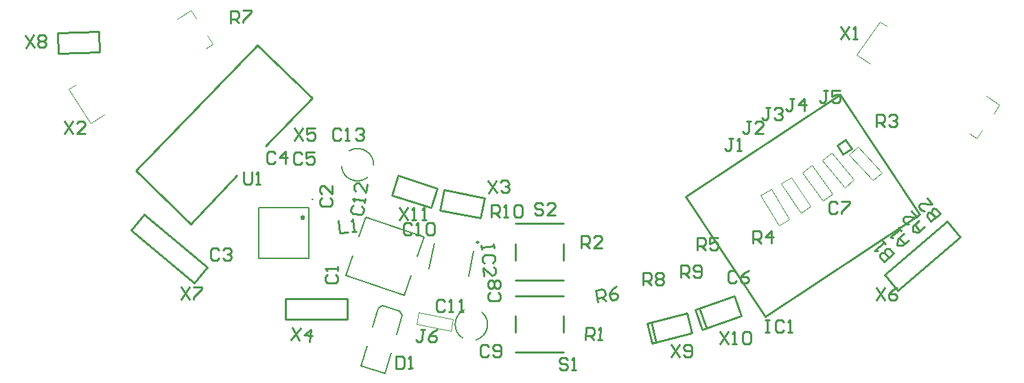
<source format=gto>
%FSLAX25Y25*%
%MOIN*%
G70*
G01*
G75*
G04 Layer_Color=65535*
G04:AMPARAMS|DCode=10|XSize=37.4mil|YSize=29.53mil|CornerRadius=0mil|HoleSize=0mil|Usage=FLASHONLY|Rotation=215.500|XOffset=0mil|YOffset=0mil|HoleType=Round|Shape=Rectangle|*
%AMROTATEDRECTD10*
4,1,4,0.00665,0.02288,0.02380,-0.00116,-0.00665,-0.02288,-0.02380,0.00116,0.00665,0.02288,0.0*
%
%ADD10ROTATEDRECTD10*%

G04:AMPARAMS|DCode=11|XSize=59.06mil|YSize=118.11mil|CornerRadius=0mil|HoleSize=0mil|Usage=FLASHONLY|Rotation=33.000|XOffset=0mil|YOffset=0mil|HoleType=Round|Shape=Rectangle|*
%AMROTATEDRECTD11*
4,1,4,0.00740,-0.06561,-0.05693,0.03345,-0.00740,0.06561,0.05693,-0.03345,0.00740,-0.06561,0.0*
%
%ADD11ROTATEDRECTD11*%

G04:AMPARAMS|DCode=12|XSize=37.4mil|YSize=29.53mil|CornerRadius=0mil|HoleSize=0mil|Usage=FLASHONLY|Rotation=337.500|XOffset=0mil|YOffset=0mil|HoleType=Round|Shape=Rectangle|*
%AMROTATEDRECTD12*
4,1,4,-0.02293,-0.00648,-0.01163,0.02080,0.02293,0.00648,0.01163,-0.02080,-0.02293,-0.00648,0.0*
%
%ADD12ROTATEDRECTD12*%

G04:AMPARAMS|DCode=13|XSize=37.4mil|YSize=29.53mil|CornerRadius=0mil|HoleSize=0mil|Usage=FLASHONLY|Rotation=96.500|XOffset=0mil|YOffset=0mil|HoleType=Round|Shape=Rectangle|*
%AMROTATEDRECTD13*
4,1,4,0.01679,-0.01691,-0.01255,-0.02025,-0.01679,0.01691,0.01255,0.02025,0.01679,-0.01691,0.0*
%
%ADD13ROTATEDRECTD13*%

%ADD14P,0.12806X4X118.5*%
G04:AMPARAMS|DCode=15|XSize=37.4mil|YSize=29.53mil|CornerRadius=0mil|HoleSize=0mil|Usage=FLASHONLY|Rotation=352.500|XOffset=0mil|YOffset=0mil|HoleType=Round|Shape=Rectangle|*
%AMROTATEDRECTD15*
4,1,4,-0.02047,-0.01220,-0.01661,0.01708,0.02047,0.01220,0.01661,-0.01708,-0.02047,-0.01220,0.0*
%
%ADD15ROTATEDRECTD15*%

G04:AMPARAMS|DCode=16|XSize=37.4mil|YSize=29.53mil|CornerRadius=0mil|HoleSize=0mil|Usage=FLASHONLY|Rotation=78.500|XOffset=0mil|YOffset=0mil|HoleType=Round|Shape=Rectangle|*
%AMROTATEDRECTD16*
4,1,4,0.01074,-0.02127,-0.01820,-0.01538,-0.01074,0.02127,0.01820,0.01538,0.01074,-0.02127,0.0*
%
%ADD16ROTATEDRECTD16*%

G04:AMPARAMS|DCode=17|XSize=108.27mil|YSize=122.05mil|CornerRadius=0mil|HoleSize=0mil|Usage=FLASHONLY|Rotation=259.000|XOffset=0mil|YOffset=0mil|HoleType=Round|Shape=Rectangle|*
%AMROTATEDRECTD17*
4,1,4,-0.04957,0.06478,0.07023,0.04150,0.04957,-0.06478,-0.07023,-0.04150,-0.04957,0.06478,0.0*
%
%ADD17ROTATEDRECTD17*%

G04:AMPARAMS|DCode=18|XSize=23.62mil|YSize=57.09mil|CornerRadius=0mil|HoleSize=0mil|Usage=FLASHONLY|Rotation=349.000|XOffset=0mil|YOffset=0mil|HoleType=Round|Shape=Rectangle|*
%AMROTATEDRECTD18*
4,1,4,-0.01704,-0.02577,-0.00615,0.03027,0.01704,0.02577,0.00615,-0.03027,-0.01704,-0.02577,0.0*
%
%ADD18ROTATEDRECTD18*%

G04:AMPARAMS|DCode=19|XSize=66.93mil|YSize=78.74mil|CornerRadius=0mil|HoleSize=0mil|Usage=FLASHONLY|Rotation=251.000|XOffset=0mil|YOffset=0mil|HoleType=Round|Shape=Rectangle|*
%AMROTATEDRECTD19*
4,1,4,-0.02633,0.04446,0.04812,0.01882,0.02633,-0.04446,-0.04812,-0.01882,-0.02633,0.04446,0.0*
%
%ADD19ROTATEDRECTD19*%

G04:AMPARAMS|DCode=20|XSize=37.4mil|YSize=29.53mil|CornerRadius=0mil|HoleSize=0mil|Usage=FLASHONLY|Rotation=84.948|XOffset=0mil|YOffset=0mil|HoleType=Round|Shape=Rectangle|*
%AMROTATEDRECTD20*
4,1,4,0.01306,-0.01993,-0.01635,-0.01733,-0.01306,0.01993,0.01635,0.01733,0.01306,-0.01993,0.0*
%
%ADD20ROTATEDRECTD20*%

G04:AMPARAMS|DCode=21|XSize=37.4mil|YSize=29.53mil|CornerRadius=0mil|HoleSize=0mil|Usage=FLASHONLY|Rotation=272.280|XOffset=0mil|YOffset=0mil|HoleType=Round|Shape=Rectangle|*
%AMROTATEDRECTD21*
4,1,4,-0.01550,0.01810,0.01401,0.01927,0.01550,-0.01810,-0.01401,-0.01927,-0.01550,0.01810,0.0*
%
%ADD21ROTATEDRECTD21*%

G04:AMPARAMS|DCode=22|XSize=37.4mil|YSize=29.53mil|CornerRadius=0mil|HoleSize=0mil|Usage=FLASHONLY|Rotation=96.500|XOffset=0mil|YOffset=0mil|HoleType=Round|Shape=Rectangle|*
%AMROTATEDRECTD22*
4,1,4,0.01679,-0.01691,-0.01255,-0.02025,-0.01679,0.01691,0.01255,0.02025,0.01679,-0.01691,0.0*
%
%ADD22ROTATEDRECTD22*%

%ADD23R,0.01181X0.05709*%
%ADD24R,0.05709X0.01181*%
G04:AMPARAMS|DCode=25|XSize=37.4mil|YSize=29.53mil|CornerRadius=0mil|HoleSize=0mil|Usage=FLASHONLY|Rotation=103.000|XOffset=0mil|YOffset=0mil|HoleType=Round|Shape=Rectangle|*
%AMROTATEDRECTD25*
4,1,4,0.01859,-0.01490,-0.01018,-0.02154,-0.01859,0.01490,0.01018,0.02154,0.01859,-0.01490,0.0*
%
%ADD25ROTATEDRECTD25*%

G04:AMPARAMS|DCode=26|XSize=37.4mil|YSize=29.53mil|CornerRadius=0mil|HoleSize=0mil|Usage=FLASHONLY|Rotation=77.000|XOffset=0mil|YOffset=0mil|HoleType=Round|Shape=Rectangle|*
%AMROTATEDRECTD26*
4,1,4,0.01018,-0.02154,-0.01859,-0.01490,-0.01018,0.02154,0.01859,0.01490,0.01018,-0.02154,0.0*
%
%ADD26ROTATEDRECTD26*%

G04:AMPARAMS|DCode=27|XSize=37.4mil|YSize=29.53mil|CornerRadius=0mil|HoleSize=0mil|Usage=FLASHONLY|Rotation=95.500|XOffset=0mil|YOffset=0mil|HoleType=Round|Shape=Rectangle|*
%AMROTATEDRECTD27*
4,1,4,0.01649,-0.01720,-0.01290,-0.02003,-0.01649,0.01720,0.01290,0.02003,0.01649,-0.01720,0.0*
%
%ADD27ROTATEDRECTD27*%

G04:AMPARAMS|DCode=28|XSize=37.4mil|YSize=29.53mil|CornerRadius=0mil|HoleSize=0mil|Usage=FLASHONLY|Rotation=182.681|XOffset=0mil|YOffset=0mil|HoleType=Round|Shape=Rectangle|*
%AMROTATEDRECTD28*
4,1,4,0.01799,0.01562,0.01937,-0.01387,-0.01799,-0.01562,-0.01937,0.01387,0.01799,0.01562,0.0*
%
%ADD28ROTATEDRECTD28*%

G04:AMPARAMS|DCode=29|XSize=37.4mil|YSize=29.53mil|CornerRadius=0mil|HoleSize=0mil|Usage=FLASHONLY|Rotation=287.000|XOffset=0mil|YOffset=0mil|HoleType=Round|Shape=Rectangle|*
%AMROTATEDRECTD29*
4,1,4,-0.01959,0.01357,0.00865,0.02220,0.01959,-0.01357,-0.00865,-0.02220,-0.01959,0.01357,0.0*
%
%ADD29ROTATEDRECTD29*%

G04:AMPARAMS|DCode=30|XSize=37.4mil|YSize=29.53mil|CornerRadius=0mil|HoleSize=0mil|Usage=FLASHONLY|Rotation=358.956|XOffset=0mil|YOffset=0mil|HoleType=Round|Shape=Rectangle|*
%AMROTATEDRECTD30*
4,1,4,-0.01897,-0.01442,-0.01843,0.01510,0.01897,0.01442,0.01843,-0.01510,-0.01897,-0.01442,0.0*
%
%ADD30ROTATEDRECTD30*%

G04:AMPARAMS|DCode=31|XSize=37.4mil|YSize=29.53mil|CornerRadius=0mil|HoleSize=0mil|Usage=FLASHONLY|Rotation=262.500|XOffset=0mil|YOffset=0mil|HoleType=Round|Shape=Rectangle|*
%AMROTATEDRECTD31*
4,1,4,-0.01220,0.02047,0.01708,0.01661,0.01220,-0.02047,-0.01708,-0.01661,-0.01220,0.02047,0.0*
%
%ADD31ROTATEDRECTD31*%

G04:AMPARAMS|DCode=32|XSize=37.4mil|YSize=29.53mil|CornerRadius=0mil|HoleSize=0mil|Usage=FLASHONLY|Rotation=259.000|XOffset=0mil|YOffset=0mil|HoleType=Round|Shape=Rectangle|*
%AMROTATEDRECTD32*
4,1,4,-0.01092,0.02117,0.01806,0.01554,0.01092,-0.02117,-0.01806,-0.01554,-0.01092,0.02117,0.0*
%
%ADD32ROTATEDRECTD32*%

G04:AMPARAMS|DCode=33|XSize=37.4mil|YSize=29.53mil|CornerRadius=0mil|HoleSize=0mil|Usage=FLASHONLY|Rotation=45.000|XOffset=0mil|YOffset=0mil|HoleType=Round|Shape=Rectangle|*
%AMROTATEDRECTD33*
4,1,4,-0.00278,-0.02366,-0.02366,-0.00278,0.00278,0.02366,0.02366,0.00278,-0.00278,-0.02366,0.0*
%
%ADD33ROTATEDRECTD33*%

G04:AMPARAMS|DCode=34|XSize=37.4mil|YSize=29.53mil|CornerRadius=0mil|HoleSize=0mil|Usage=FLASHONLY|Rotation=222.500|XOffset=0mil|YOffset=0mil|HoleType=Round|Shape=Rectangle|*
%AMROTATEDRECTD34*
4,1,4,0.00381,0.02352,0.02376,0.00175,-0.00381,-0.02352,-0.02376,-0.00175,0.00381,0.02352,0.0*
%
%ADD34ROTATEDRECTD34*%

G04:AMPARAMS|DCode=35|XSize=37.4mil|YSize=29.53mil|CornerRadius=0mil|HoleSize=0mil|Usage=FLASHONLY|Rotation=219.500|XOffset=0mil|YOffset=0mil|HoleType=Round|Shape=Rectangle|*
%AMROTATEDRECTD35*
4,1,4,0.00504,0.02329,0.02382,0.00050,-0.00504,-0.02329,-0.02382,-0.00050,0.00504,0.02329,0.0*
%
%ADD35ROTATEDRECTD35*%

G04:AMPARAMS|DCode=36|XSize=37.4mil|YSize=29.53mil|CornerRadius=0mil|HoleSize=0mil|Usage=FLASHONLY|Rotation=216.500|XOffset=0mil|YOffset=0mil|HoleType=Round|Shape=Rectangle|*
%AMROTATEDRECTD36*
4,1,4,0.00625,0.02299,0.02382,-0.00074,-0.00625,-0.02299,-0.02382,0.00074,0.00625,0.02299,0.0*
%
%ADD36ROTATEDRECTD36*%

G04:AMPARAMS|DCode=37|XSize=37.4mil|YSize=29.53mil|CornerRadius=0mil|HoleSize=0mil|Usage=FLASHONLY|Rotation=130.000|XOffset=0mil|YOffset=0mil|HoleType=Round|Shape=Rectangle|*
%AMROTATEDRECTD37*
4,1,4,0.02333,-0.00484,0.00071,-0.02382,-0.02333,0.00484,-0.00071,0.02382,0.02333,-0.00484,0.0*
%
%ADD37ROTATEDRECTD37*%

G04:AMPARAMS|DCode=38|XSize=37.4mil|YSize=29.53mil|CornerRadius=0mil|HoleSize=0mil|Usage=FLASHONLY|Rotation=213.500|XOffset=0mil|YOffset=0mil|HoleType=Round|Shape=Rectangle|*
%AMROTATEDRECTD38*
4,1,4,0.00745,0.02263,0.02374,-0.00199,-0.00745,-0.02263,-0.02374,0.00199,0.00745,0.02263,0.0*
%
%ADD38ROTATEDRECTD38*%

G04:AMPARAMS|DCode=39|XSize=37.4mil|YSize=29.53mil|CornerRadius=0mil|HoleSize=0mil|Usage=FLASHONLY|Rotation=210.500|XOffset=0mil|YOffset=0mil|HoleType=Round|Shape=Rectangle|*
%AMROTATEDRECTD39*
4,1,4,0.00862,0.02221,0.02361,-0.00323,-0.00862,-0.02221,-0.02361,0.00323,0.00862,0.02221,0.0*
%
%ADD39ROTATEDRECTD39*%

G04:AMPARAMS|DCode=40|XSize=37.4mil|YSize=29.53mil|CornerRadius=0mil|HoleSize=0mil|Usage=FLASHONLY|Rotation=120.243|XOffset=0mil|YOffset=0mil|HoleType=Round|Shape=Rectangle|*
%AMROTATEDRECTD40*
4,1,4,0.02217,-0.00872,-0.00334,-0.02359,-0.02217,0.00872,0.00334,0.02359,0.02217,-0.00872,0.0*
%
%ADD40ROTATEDRECTD40*%

G04:AMPARAMS|DCode=41|XSize=37.4mil|YSize=29.53mil|CornerRadius=0mil|HoleSize=0mil|Usage=FLASHONLY|Rotation=212.500|XOffset=0mil|YOffset=0mil|HoleType=Round|Shape=Rectangle|*
%AMROTATEDRECTD41*
4,1,4,0.00784,0.02250,0.02371,-0.00240,-0.00784,-0.02250,-0.02371,0.00240,0.00784,0.02250,0.0*
%
%ADD41ROTATEDRECTD41*%

G04:AMPARAMS|DCode=42|XSize=37.4mil|YSize=29.53mil|CornerRadius=0mil|HoleSize=0mil|Usage=FLASHONLY|Rotation=214.500|XOffset=0mil|YOffset=0mil|HoleType=Round|Shape=Rectangle|*
%AMROTATEDRECTD42*
4,1,4,0.00705,0.02276,0.02377,-0.00158,-0.00705,-0.02276,-0.02377,0.00158,0.00705,0.02276,0.0*
%
%ADD42ROTATEDRECTD42*%

G04:AMPARAMS|DCode=43|XSize=59.06mil|YSize=118.11mil|CornerRadius=0mil|HoleSize=0mil|Usage=FLASHONLY|Rotation=325.000|XOffset=0mil|YOffset=0mil|HoleType=Round|Shape=Rectangle|*
%AMROTATEDRECTD43*
4,1,4,-0.05806,-0.03144,0.00969,0.06531,0.05806,0.03144,-0.00969,-0.06531,-0.05806,-0.03144,0.0*
%
%ADD43ROTATEDRECTD43*%

G04:AMPARAMS|DCode=44|XSize=37.4mil|YSize=29.53mil|CornerRadius=0mil|HoleSize=0mil|Usage=FLASHONLY|Rotation=93.284|XOffset=0mil|YOffset=0mil|HoleType=Round|Shape=Rectangle|*
%AMROTATEDRECTD44*
4,1,4,0.01581,-0.01782,-0.01367,-0.01952,-0.01581,0.01782,0.01367,0.01952,0.01581,-0.01782,0.0*
%
%ADD44ROTATEDRECTD44*%

%ADD45C,0.01000*%
G04:AMPARAMS|DCode=46|XSize=39.37mil|YSize=78.74mil|CornerRadius=0mil|HoleSize=0mil|Usage=FLASHONLY|Rotation=182.000|XOffset=0mil|YOffset=0mil|HoleType=Round|Shape=Round|*
%AMOVALD46*
21,1,0.03937,0.03937,0.00000,0.00000,272.0*
1,1,0.03937,-0.00069,0.01967*
1,1,0.03937,0.00069,-0.01967*
%
%ADD46OVALD46*%

G04:AMPARAMS|DCode=47|XSize=59.06mil|YSize=118.11mil|CornerRadius=0mil|HoleSize=0mil|Usage=FLASHONLY|Rotation=33.500|XOffset=0mil|YOffset=0mil|HoleType=Round|Shape=Round|*
%AMOVALD47*
21,1,0.05906,0.05906,0.00000,0.00000,123.5*
1,1,0.05906,0.01630,-0.02462*
1,1,0.05906,-0.01630,0.02462*
%
%ADD47OVALD47*%

G04:AMPARAMS|DCode=48|XSize=39.37mil|YSize=78.74mil|CornerRadius=0mil|HoleSize=0mil|Usage=FLASHONLY|Rotation=349.000|XOffset=0mil|YOffset=0mil|HoleType=Round|Shape=Round|*
%AMOVALD48*
21,1,0.03937,0.03937,0.00000,0.00000,79.0*
1,1,0.03937,-0.00376,-0.01932*
1,1,0.03937,0.00376,0.01932*
%
%ADD48OVALD48*%

%ADD49C,0.05315*%
%ADD50P,0.07517X4X378.0*%
%ADD51P,0.07517X4X307.5*%
%ADD52O,0.03937X0.07874*%
%ADD53O,0.09843X0.05906*%
G04:AMPARAMS|DCode=54|XSize=39.37mil|YSize=78.74mil|CornerRadius=0mil|HoleSize=0mil|Usage=FLASHONLY|Rotation=14.000|XOffset=0mil|YOffset=0mil|HoleType=Round|Shape=Round|*
%AMOVALD54*
21,1,0.03937,0.03937,0.00000,0.00000,104.0*
1,1,0.03937,0.00476,-0.01910*
1,1,0.03937,-0.00476,0.01910*
%
%ADD54OVALD54*%

G04:AMPARAMS|DCode=55|XSize=39.37mil|YSize=78.74mil|CornerRadius=0mil|HoleSize=0mil|Usage=FLASHONLY|Rotation=19.500|XOffset=0mil|YOffset=0mil|HoleType=Round|Shape=Round|*
%AMOVALD55*
21,1,0.03937,0.03937,0.00000,0.00000,109.5*
1,1,0.03937,0.00657,-0.01856*
1,1,0.03937,-0.00657,0.01856*
%
%ADD55OVALD55*%

G04:AMPARAMS|DCode=56|XSize=39.37mil|YSize=78.74mil|CornerRadius=0mil|HoleSize=0mil|Usage=FLASHONLY|Rotation=342.000|XOffset=0mil|YOffset=0mil|HoleType=Round|Shape=Round|*
%AMOVALD56*
21,1,0.03937,0.03937,0.00000,0.00000,72.0*
1,1,0.03937,-0.00608,-0.01872*
1,1,0.03937,0.00608,0.01872*
%
%ADD56OVALD56*%

G04:AMPARAMS|DCode=57|XSize=39.37mil|YSize=78.74mil|CornerRadius=0mil|HoleSize=0mil|Usage=FLASHONLY|Rotation=40.500|XOffset=0mil|YOffset=0mil|HoleType=Round|Shape=Round|*
%AMOVALD57*
21,1,0.03937,0.03937,0.00000,0.00000,130.5*
1,1,0.03937,0.01278,-0.01497*
1,1,0.03937,-0.01278,0.01497*
%
%ADD57OVALD57*%

G04:AMPARAMS|DCode=58|XSize=39.37mil|YSize=78.74mil|CornerRadius=0mil|HoleSize=0mil|Usage=FLASHONLY|Rotation=46.000|XOffset=0mil|YOffset=0mil|HoleType=Round|Shape=Round|*
%AMOVALD58*
21,1,0.03937,0.03937,0.00000,0.00000,136.0*
1,1,0.03937,0.01416,-0.01367*
1,1,0.03937,-0.01416,0.01367*
%
%ADD58OVALD58*%

G04:AMPARAMS|DCode=59|XSize=39.37mil|YSize=78.74mil|CornerRadius=0mil|HoleSize=0mil|Usage=FLASHONLY|Rotation=320.000|XOffset=0mil|YOffset=0mil|HoleType=Round|Shape=Round|*
%AMOVALD59*
21,1,0.03937,0.03937,0.00000,0.00000,50.0*
1,1,0.03937,-0.01265,-0.01508*
1,1,0.03937,0.01265,0.01508*
%
%ADD59OVALD59*%

%ADD60C,0.03150*%
%ADD61C,0.01969*%
%ADD62C,0.04331*%
%ADD63C,0.00984*%
%ADD64C,0.02362*%
%ADD65C,0.00787*%
%ADD66C,0.00394*%
%ADD67C,0.00197*%
D45*
X300737Y400049D02*
X320725Y400747D01*
X300388Y410043D02*
X300737Y400049D01*
X300388Y410043D02*
X320375Y410741D01*
X320725Y400747D01*
X605515Y330677D02*
X680565Y380351D01*
X605515Y330677D02*
X644151Y272305D01*
X719201Y321979D01*
X680565Y380351D02*
X719201Y321979D01*
X683265Y358154D02*
X686025Y353984D01*
X681855Y351225D02*
X686025Y353984D01*
X679096Y355394D02*
X681855Y351225D01*
X679096Y355394D02*
X683265Y358154D01*
X488197Y333701D02*
X507830Y329885D01*
X505922Y320069D02*
X507830Y329885D01*
X486289Y323885D02*
X505922Y320069D01*
X486289Y323885D02*
X488197Y333701D01*
X441026Y280864D02*
X441027Y270864D01*
X411026Y280864D02*
X441026Y280864D01*
X411026Y280864D02*
X411027Y270864D01*
X441027Y270864D01*
X522689Y254776D02*
X532531D01*
X522689Y282335D02*
X546311D01*
Y264619D02*
Y272493D01*
X522689Y264619D02*
Y272493D01*
X534500Y254776D02*
X546311D01*
X532531D02*
X534500D01*
Y317374D02*
X536469D01*
X522689D02*
X534500D01*
X546311Y299658D02*
Y307532D01*
X522689Y299658D02*
Y307532D01*
Y289815D02*
X546311D01*
X536469Y317374D02*
X546311D01*
X590902Y260735D02*
X591159Y259703D01*
X588740Y269406D02*
X590902Y260735D01*
X586678Y268892D02*
X589097Y259189D01*
X608503Y264027D01*
X606083Y273730D02*
X608503Y264027D01*
X586678Y268892D02*
X606083Y273730D01*
X615313Y267703D02*
X615668Y266701D01*
X612330Y276127D02*
X615313Y267703D01*
X610326Y275418D02*
X613664Y265991D01*
X632516Y272667D01*
X629178Y282094D02*
X632516Y272667D01*
X610326Y275418D02*
X629178Y282094D01*
X465899Y340729D02*
X484920Y334549D01*
X481830Y325038D02*
X484920Y334549D01*
X462809Y331219D02*
X481830Y325038D01*
X462809Y331219D02*
X465899Y340729D01*
X702032Y292550D02*
X732448Y318528D01*
X738943Y310924D01*
X708526Y284946D02*
X738943Y310924D01*
X702032Y292550D02*
X708526Y284946D01*
X338391Y343060D02*
X365012Y317352D01*
X397464Y404232D02*
X424085Y378525D01*
X338391Y343060D02*
X397464Y404232D01*
X401495Y355132D02*
X424085Y378525D01*
X365012Y317352D02*
X387602Y340745D01*
X336187Y314275D02*
X342615Y321935D01*
X336187Y314275D02*
X366829Y288563D01*
X373257Y296224D01*
X342615Y321935D02*
X373257Y296224D01*
X466452Y325260D02*
X470451Y319262D01*
Y325260D02*
X466452Y319262D01*
X472450D02*
X474450D01*
X473450D01*
Y325260D01*
X472450Y324260D01*
X477449Y319262D02*
X479448D01*
X478448D01*
Y325260D01*
X477449Y324260D01*
X622036Y265005D02*
X626035Y259007D01*
Y265005D02*
X622036Y259007D01*
X628034D02*
X630034D01*
X629034D01*
Y265005D01*
X628034Y264005D01*
X633033D02*
X634032Y265005D01*
X636032D01*
X637031Y264005D01*
Y260007D01*
X636032Y259007D01*
X634032D01*
X633033Y260007D01*
Y264005D01*
X598595Y258543D02*
X602593Y252545D01*
Y258543D02*
X598595Y252545D01*
X604593Y253545D02*
X605592Y252545D01*
X607592D01*
X608591Y253545D01*
Y257544D01*
X607592Y258543D01*
X605592D01*
X604593Y257544D01*
Y256544D01*
X605592Y255544D01*
X608591D01*
X284848Y409003D02*
X289002Y403112D01*
X288845Y409108D02*
X285005Y403007D01*
X290870Y408161D02*
X291843Y409186D01*
X293842Y409238D01*
X294867Y408265D01*
X294894Y407266D01*
X293920Y406241D01*
X294946Y405267D01*
X294972Y404268D01*
X293999Y403242D01*
X292000Y403190D01*
X290975Y404163D01*
X290949Y405163D01*
X291922Y406188D01*
X290896Y407161D01*
X290870Y408161D01*
X291922Y406188D02*
X293920Y406241D01*
X360631Y286589D02*
X364630Y280591D01*
Y286589D02*
X360631Y280591D01*
X366629Y286589D02*
X370628D01*
Y285589D01*
X366629Y281591D01*
Y280591D01*
X698070Y286234D02*
X702069Y280236D01*
Y286234D02*
X698070Y280236D01*
X708067Y286234D02*
X706068Y285234D01*
X704068Y283235D01*
Y281235D01*
X705068Y280236D01*
X707067D01*
X708067Y281235D01*
Y282235D01*
X707067Y283235D01*
X704068D01*
X415490Y363931D02*
X419489Y357933D01*
Y363931D02*
X415490Y357933D01*
X425487Y363931D02*
X421488D01*
Y360932D01*
X423488Y361932D01*
X424487D01*
X425487Y360932D01*
Y358933D01*
X424487Y357933D01*
X422488D01*
X421488Y358933D01*
X414566Y266776D02*
X417972Y260422D01*
X418546Y266393D02*
X413991Y260806D01*
X422947Y259943D02*
X423522Y265914D01*
X420249Y263216D01*
X424229Y262833D01*
X509606Y338142D02*
X513913Y332362D01*
X513599Y338351D02*
X509920Y332152D01*
X515648Y337458D02*
X516594Y338508D01*
X518591Y338613D01*
X519641Y337667D01*
X519694Y336669D01*
X518748Y335618D01*
X517749Y335566D01*
X518748Y335618D01*
X519798Y334672D01*
X519851Y333674D01*
X518905Y332623D01*
X516908Y332519D01*
X515857Y333465D01*
X303674Y367229D02*
X307672Y361231D01*
Y367229D02*
X303674Y361231D01*
X313670D02*
X309672D01*
X313670Y365229D01*
Y366229D01*
X312671Y367229D01*
X310671D01*
X309672Y366229D01*
X680792Y413095D02*
X684791Y407096D01*
Y413095D02*
X680792Y407096D01*
X686791D02*
X688790D01*
X687790D01*
Y413095D01*
X686791Y412095D01*
X390800Y342398D02*
Y337400D01*
X391800Y336400D01*
X393799D01*
X394799Y337400D01*
Y342398D01*
X396798Y336400D02*
X398797D01*
X397798D01*
Y342398D01*
X396798Y341398D01*
X536102Y326659D02*
X535102Y327658D01*
X533103D01*
X532103Y326659D01*
Y325659D01*
X533103Y324659D01*
X535102D01*
X536102Y323659D01*
Y322660D01*
X535102Y321660D01*
X533103D01*
X532103Y322660D01*
X542100Y321660D02*
X538101D01*
X542100Y325659D01*
Y326659D01*
X541100Y327658D01*
X539101D01*
X538101Y326659D01*
X548040Y251280D02*
X547040Y252279D01*
X545041D01*
X544041Y251280D01*
Y250280D01*
X545041Y249280D01*
X547040D01*
X548040Y248281D01*
Y247281D01*
X547040Y246281D01*
X545041D01*
X544041Y247281D01*
X550039Y246281D02*
X552038D01*
X551039D01*
Y252279D01*
X550039Y251280D01*
X511119Y320461D02*
Y326459D01*
X514118D01*
X515118Y325460D01*
Y323460D01*
X514118Y322460D01*
X511119D01*
X513118D02*
X515118Y320461D01*
X517117D02*
X519116D01*
X518117D01*
Y326459D01*
X517117Y325460D01*
X522115D02*
X523115Y326459D01*
X525114D01*
X526114Y325460D01*
Y321461D01*
X525114Y320461D01*
X523115D01*
X522115Y321461D01*
Y325460D01*
X603150Y291083D02*
Y297081D01*
X606149D01*
X607149Y296081D01*
Y294082D01*
X606149Y293082D01*
X603150D01*
X605150D02*
X607149Y291083D01*
X609148Y292083D02*
X610148Y291083D01*
X612147D01*
X613147Y292083D01*
Y296081D01*
X612147Y297081D01*
X610148D01*
X609148Y296081D01*
Y295082D01*
X610148Y294082D01*
X613147D01*
X584800Y287500D02*
Y293498D01*
X587799D01*
X588799Y292498D01*
Y290499D01*
X587799Y289499D01*
X584800D01*
X586799D02*
X588799Y287500D01*
X590798Y292498D02*
X591798Y293498D01*
X593797D01*
X594797Y292498D01*
Y291499D01*
X593797Y290499D01*
X594797Y289499D01*
Y288500D01*
X593797Y287500D01*
X591798D01*
X590798Y288500D01*
Y289499D01*
X591798Y290499D01*
X590798Y291499D01*
Y292498D01*
X591798Y290499D02*
X593797D01*
X384613Y414891D02*
X384404Y420885D01*
X387401Y420990D01*
X388435Y420026D01*
X388505Y418027D01*
X387541Y416994D01*
X384543Y416889D01*
X386542Y416959D02*
X388610Y415030D01*
X390398Y421094D02*
X394395Y421234D01*
X394429Y420235D01*
X390573Y416099D01*
X390608Y415100D01*
X562980Y279092D02*
X561939Y284999D01*
X564892Y285520D01*
X566050Y284709D01*
X566397Y282740D01*
X565587Y281582D01*
X562633Y281061D01*
X564602Y281408D02*
X566918Y279786D01*
X571784Y286735D02*
X569988Y285403D01*
X568366Y283087D01*
X568714Y281118D01*
X569872Y280307D01*
X571841Y280654D01*
X572652Y281812D01*
X572478Y282797D01*
X571320Y283608D01*
X568366Y283087D01*
X611244Y304573D02*
Y310571D01*
X614243D01*
X615243Y309571D01*
Y307572D01*
X614243Y306572D01*
X611244D01*
X613244D02*
X615243Y304573D01*
X621241Y310571D02*
X617242D01*
Y307572D01*
X619242Y308572D01*
X620241D01*
X621241Y307572D01*
Y305573D01*
X620241Y304573D01*
X618242D01*
X617242Y305573D01*
X638224Y307871D02*
Y313868D01*
X641223D01*
X642223Y312869D01*
Y310870D01*
X641223Y309870D01*
X638224D01*
X640224D02*
X642223Y307871D01*
X647221D02*
Y313868D01*
X644222Y310870D01*
X648221D01*
X698179Y364528D02*
Y370526D01*
X701179D01*
X702178Y369527D01*
Y367527D01*
X701179Y366528D01*
X698179D01*
X700179D02*
X702178Y364528D01*
X704178Y369527D02*
X705177Y370526D01*
X707176D01*
X708176Y369527D01*
Y368527D01*
X707176Y367527D01*
X706177D01*
X707176D01*
X708176Y366528D01*
Y365528D01*
X707176Y364528D01*
X705177D01*
X704178Y365528D01*
X554900Y305400D02*
Y311398D01*
X557899D01*
X558899Y310398D01*
Y308399D01*
X557899Y307399D01*
X554900D01*
X556899D02*
X558899Y305400D01*
X564897D02*
X560898D01*
X564897Y309399D01*
Y310398D01*
X563897Y311398D01*
X561898D01*
X560898Y310398D01*
X556985Y260806D02*
X557037Y266803D01*
X560036Y266777D01*
X561027Y265769D01*
X561010Y263770D01*
X560001Y262779D01*
X557002Y262805D01*
X559001Y262787D02*
X560983Y260771D01*
X562983Y260753D02*
X564982Y260736D01*
X563982Y260745D01*
X564035Y266742D01*
X563026Y265751D01*
X436955Y318950D02*
X437374Y312967D01*
X441363Y313246D01*
X443357Y313385D02*
X445352Y313525D01*
X444355Y313455D01*
X443936Y319438D01*
X443009Y318371D01*
X478697Y265979D02*
X476698Y265996D01*
X477698Y265987D01*
X477654Y260989D01*
X476646Y259998D01*
X475646Y260007D01*
X474655Y261015D01*
X484695Y265926D02*
X482687Y264944D01*
X480670Y262962D01*
X480653Y260963D01*
X481644Y259955D01*
X483643Y259937D01*
X484651Y260928D01*
X484660Y261928D01*
X483669Y262936D01*
X480670Y262962D01*
X674425Y382051D02*
X672426D01*
X673426D01*
Y377053D01*
X672426Y376053D01*
X671426D01*
X670427Y377053D01*
X680423Y382051D02*
X676425D01*
Y379052D01*
X678424Y380052D01*
X679424D01*
X680423Y379052D01*
Y377053D01*
X679424Y376053D01*
X677424D01*
X676425Y377053D01*
X658111Y378321D02*
X656112D01*
X657111D01*
Y373322D01*
X656112Y372322D01*
X655112D01*
X654112Y373322D01*
X663109Y372322D02*
Y378321D01*
X660110Y375321D01*
X664109D01*
X646420Y373824D02*
X644420D01*
X645420D01*
Y368825D01*
X644420Y367826D01*
X643421D01*
X642421Y368825D01*
X648419Y372824D02*
X649419Y373824D01*
X651418D01*
X652418Y372824D01*
Y371825D01*
X651418Y370825D01*
X650418D01*
X651418D01*
X652418Y369825D01*
Y368825D01*
X651418Y367826D01*
X649419D01*
X648419Y368825D01*
X637127Y367229D02*
X635127D01*
X636127D01*
Y362230D01*
X635127Y361231D01*
X634128D01*
X633128Y362230D01*
X643125Y361231D02*
X639126D01*
X643125Y365229D01*
Y366229D01*
X642125Y367229D01*
X640126D01*
X639126Y366229D01*
X628433Y358835D02*
X626434D01*
X627433D01*
Y353837D01*
X626434Y352837D01*
X625434D01*
X624434Y353837D01*
X630433Y352837D02*
X632432D01*
X631432D01*
Y358835D01*
X630433Y357835D01*
X512306Y307389D02*
X512445Y305395D01*
X512376Y306392D01*
X506392Y305974D01*
X506322Y306971D01*
X506462Y304977D01*
X511936Y298345D02*
X512864Y299412D01*
X512724Y301406D01*
X511657Y302334D01*
X507668Y302055D01*
X506741Y300988D01*
X506880Y298993D01*
X507947Y298066D01*
X507369Y292013D02*
X507090Y296002D01*
X511357Y292291D01*
X512355Y292361D01*
X513282Y293428D01*
X513143Y295423D01*
X512076Y296350D01*
X644220Y270401D02*
X646219D01*
X645219D01*
Y264403D01*
X644220D01*
X646219D01*
X653217Y269401D02*
X652217Y270401D01*
X650218D01*
X649218Y269401D01*
Y265403D01*
X650218Y264403D01*
X652217D01*
X653217Y265403D01*
X655216Y264403D02*
X657215D01*
X656216D01*
Y270401D01*
X655216Y269401D01*
X464692Y252708D02*
X464953Y246716D01*
X467949Y246847D01*
X468905Y247889D01*
X468730Y251884D01*
X467688Y252839D01*
X464692Y252708D01*
X470946Y246978D02*
X472943Y247065D01*
X471944Y247021D01*
X471683Y253014D01*
X470728Y251971D01*
X438299Y362698D02*
X437299Y363698D01*
X435300D01*
X434300Y362698D01*
Y358700D01*
X435300Y357700D01*
X437299D01*
X438299Y358700D01*
X440298Y357700D02*
X442297D01*
X441298D01*
Y363698D01*
X440298Y362698D01*
X445296D02*
X446296Y363698D01*
X448295D01*
X449295Y362698D01*
Y361699D01*
X448295Y360699D01*
X447296D01*
X448295D01*
X449295Y359699D01*
Y358700D01*
X448295Y357700D01*
X446296D01*
X445296Y358700D01*
X444332Y326277D02*
X443210Y325416D01*
X442949Y323434D01*
X443810Y322313D01*
X447774Y321791D01*
X448896Y322651D01*
X449157Y324634D01*
X448296Y325755D01*
X449548Y327607D02*
X449809Y329589D01*
X449679Y328598D01*
X443732Y329381D01*
X444593Y328259D01*
X450723Y336527D02*
X450201Y332562D01*
X446758Y337049D01*
X445767Y337179D01*
X444645Y336319D01*
X444384Y334337D01*
X445245Y333215D01*
X488625Y279363D02*
X487626Y280363D01*
X485626D01*
X484627Y279363D01*
Y275365D01*
X485626Y274365D01*
X487626D01*
X488625Y275365D01*
X490625Y274365D02*
X492624D01*
X491624D01*
Y280363D01*
X490625Y279363D01*
X495623Y274365D02*
X497622D01*
X496623D01*
Y280363D01*
X495623Y279363D01*
X472549Y316766D02*
X471550Y317766D01*
X469550D01*
X468551Y316766D01*
Y312767D01*
X469550Y311768D01*
X471550D01*
X472549Y312767D01*
X474549Y311768D02*
X476548D01*
X475548D01*
Y317766D01*
X474549Y316766D01*
X479547D02*
X480547Y317766D01*
X482546D01*
X483546Y316766D01*
Y312767D01*
X482546Y311768D01*
X480547D01*
X479547Y312767D01*
Y316766D01*
X509722Y257410D02*
X508722Y258410D01*
X506723D01*
X505723Y257410D01*
Y253412D01*
X506723Y252412D01*
X508722D01*
X509722Y253412D01*
X511721D02*
X512721Y252412D01*
X514720D01*
X515720Y253412D01*
Y257410D01*
X514720Y258410D01*
X512721D01*
X511721Y257410D01*
Y256411D01*
X512721Y255411D01*
X515720D01*
X510617Y283990D02*
X509618Y282990D01*
Y280991D01*
X510617Y279991D01*
X514616D01*
X515616Y280991D01*
Y282990D01*
X514616Y283990D01*
X510617Y285989D02*
X509618Y286989D01*
Y288988D01*
X510617Y289988D01*
X511617D01*
X512616Y288988D01*
X513616Y289988D01*
X514616D01*
X515616Y288988D01*
Y286989D01*
X514616Y285989D01*
X513616D01*
X512616Y286989D01*
X511617Y285989D01*
X510617D01*
X512616Y286989D02*
Y288988D01*
X679095Y327258D02*
X678096Y328258D01*
X676096D01*
X675097Y327258D01*
Y323259D01*
X676096Y322260D01*
X678096D01*
X679095Y323259D01*
X681095Y328258D02*
X685093D01*
Y327258D01*
X681095Y323259D01*
Y322260D01*
X630232Y293383D02*
X629232Y294383D01*
X627233D01*
X626233Y293383D01*
Y289385D01*
X627233Y288385D01*
X629232D01*
X630232Y289385D01*
X636230Y294383D02*
X634231Y293383D01*
X632231Y291384D01*
Y289385D01*
X633231Y288385D01*
X635230D01*
X636230Y289385D01*
Y290384D01*
X635230Y291384D01*
X632231D01*
X419299Y351198D02*
X418299Y352198D01*
X416300D01*
X415300Y351198D01*
Y347200D01*
X416300Y346200D01*
X418299D01*
X419299Y347200D01*
X425297Y352198D02*
X421298D01*
Y349199D01*
X423297Y350199D01*
X424297D01*
X425297Y349199D01*
Y347200D01*
X424297Y346200D01*
X422298D01*
X421298Y347200D01*
X406099Y351498D02*
X405099Y352498D01*
X403100D01*
X402100Y351498D01*
Y347500D01*
X403100Y346500D01*
X405099D01*
X406099Y347500D01*
X411097Y346500D02*
Y352498D01*
X408098Y349499D01*
X412097D01*
X378732Y304599D02*
X377733Y305599D01*
X375733D01*
X374734Y304599D01*
Y300600D01*
X375733Y299601D01*
X377733D01*
X378732Y300600D01*
X380732Y304599D02*
X381732Y305599D01*
X383731D01*
X384731Y304599D01*
Y303599D01*
X383731Y302600D01*
X382731D01*
X383731D01*
X384731Y301600D01*
Y300600D01*
X383731Y299601D01*
X381732D01*
X380732Y300600D01*
X428778Y329856D02*
X427778Y328856D01*
Y326857D01*
X428778Y325857D01*
X432777D01*
X433777Y326857D01*
Y328856D01*
X432777Y329856D01*
X433777Y335854D02*
Y331855D01*
X429778Y335854D01*
X428778D01*
X427778Y334854D01*
Y332855D01*
X428778Y331855D01*
X431415Y292459D02*
X430424Y291451D01*
X430442Y289452D01*
X431450Y288461D01*
X435449Y288496D01*
X436440Y289504D01*
X436422Y291503D01*
X435414Y292494D01*
X436396Y294502D02*
X436378Y296502D01*
X436387Y295502D01*
X430389Y295450D01*
X431398Y294459D01*
X724640Y318435D02*
X729201Y322330D01*
X727253Y324610D01*
X725844Y324721D01*
X725084Y324072D01*
X724973Y322663D01*
X726921Y320382D01*
X724973Y322663D01*
X723563Y322774D01*
X722803Y322125D01*
X722692Y320715D01*
X724640Y318435D01*
X722709Y329932D02*
X725306Y326891D01*
X719668Y327335D01*
X718908Y326685D01*
X718797Y325276D01*
X720095Y323756D01*
X721505Y323645D01*
X721597Y315835D02*
X718556Y313239D01*
X715737Y313460D01*
X715959Y316279D01*
X719000Y318876D01*
X716719Y316928D01*
X719316Y313888D01*
X715104Y323437D02*
X717701Y320396D01*
X712064Y320840D01*
X711304Y320191D01*
X711193Y318781D01*
X712491Y317261D01*
X713901Y317150D01*
X713993Y309341D02*
X710952Y306744D01*
X708133Y306966D01*
X708355Y309785D01*
X711396Y312382D01*
X709115Y310434D01*
X711712Y307393D01*
X710097Y313902D02*
X708799Y315422D01*
X709448Y314662D01*
X704887Y310767D01*
X706297Y310656D01*
X701828Y298951D02*
X706389Y302847D01*
X704441Y305127D01*
X703032Y305238D01*
X702272Y304589D01*
X702161Y303179D01*
X704108Y300899D01*
X702161Y303179D01*
X700751Y303290D01*
X699991Y302641D01*
X699880Y301232D01*
X701828Y298951D01*
X702493Y307407D02*
X701195Y308928D01*
X701844Y308168D01*
X697283Y304272D01*
X698693Y304161D01*
D63*
X504987Y308311D02*
G03*
X504987Y308311I-492J-17D01*
G01*
X424283Y329153D02*
G03*
X424283Y329153I-377J316D01*
G01*
D64*
X419496Y320344D02*
G03*
X419496Y320344I-905J759D01*
G01*
D65*
X454000Y345736D02*
G03*
X442138Y352855I-7867J334D01*
G01*
X438295Y345313D02*
G03*
X451027Y339901I7838J757D01*
G01*
X503748Y260833D02*
G03*
X506500Y274391I-2312J7527D01*
G01*
X498107Y275496D02*
G03*
X497256Y261688I3329J-7136D01*
G01*
X465054Y263567D02*
X467793Y272815D01*
X453351Y267033D02*
X456091Y276282D01*
X447761Y248159D02*
X450668Y257974D01*
X459463Y244692D02*
X462370Y254507D01*
X458293Y277477D02*
X466598Y275017D01*
X456091Y276282D02*
X458293Y277477D01*
X466598Y275017D02*
X467793Y272815D01*
X447761Y248159D02*
X459463Y244692D01*
X480937Y295527D02*
X483341Y307894D01*
X500261Y291771D02*
X502665Y304138D01*
X446922Y311108D02*
X450191Y320601D01*
X475213Y301367D02*
X478482Y310859D01*
X440449Y292310D02*
X443718Y301802D01*
X468741Y282568D02*
X472009Y292061D01*
X450191Y320601D02*
X478482Y310859D01*
X440449Y292310D02*
X468741Y282568D01*
X398119Y325040D02*
X422528Y325040D01*
X398118Y300631D02*
X422528Y300630D01*
X422528Y325040D01*
X398118Y300631D02*
X398119Y325040D01*
D66*
X373277Y408932D02*
X375957Y404805D01*
X365236Y421314D02*
X367916Y417187D01*
X358632Y417026D02*
X365236Y421314D01*
X372655Y402661D02*
X375957Y404805D01*
X316524Y366209D02*
X323127Y370497D01*
X305802Y382718D02*
X316524Y366209D01*
X305802Y382718D02*
X309104Y384862D01*
X746671Y358921D02*
X749494Y362952D01*
X755139Y371014D02*
X757962Y375046D01*
X751512Y379562D02*
X757962Y375046D01*
X743446Y361179D02*
X746671Y358921D01*
X688621Y399568D02*
X695071Y395051D01*
X688621Y399568D02*
X699912Y415693D01*
X703137Y413435D01*
D67*
X491487Y265135D02*
X492665Y270922D01*
X475882Y274336D02*
X492665Y270922D01*
X474705Y268549D02*
X475882Y274336D01*
X474705Y268549D02*
X491487Y265135D01*
X684902Y350994D02*
X689256Y354984D01*
X684902Y350994D02*
X696473Y338367D01*
X700827Y342357D01*
X689256Y354984D02*
X700827Y342357D01*
X671871Y348214D02*
X676427Y351971D01*
X671871Y348214D02*
X682764Y334999D01*
X687321Y338756D01*
X676427Y351971D02*
X687321Y338756D01*
X662015Y342209D02*
X666762Y345722D01*
X662015Y342209D02*
X672202Y328442D01*
X676949Y331955D01*
X666762Y345722D02*
X676949Y331955D01*
X651910Y336763D02*
X656835Y340023D01*
X651910Y336763D02*
X661362Y322482D01*
X666287Y325742D01*
X656835Y340023D02*
X666287Y325742D01*
X641986Y331208D02*
X647074Y334205D01*
X641986Y331208D02*
X650678Y316452D01*
X655766Y319449D01*
X647074Y334205D02*
X655766Y319449D01*
M02*

</source>
